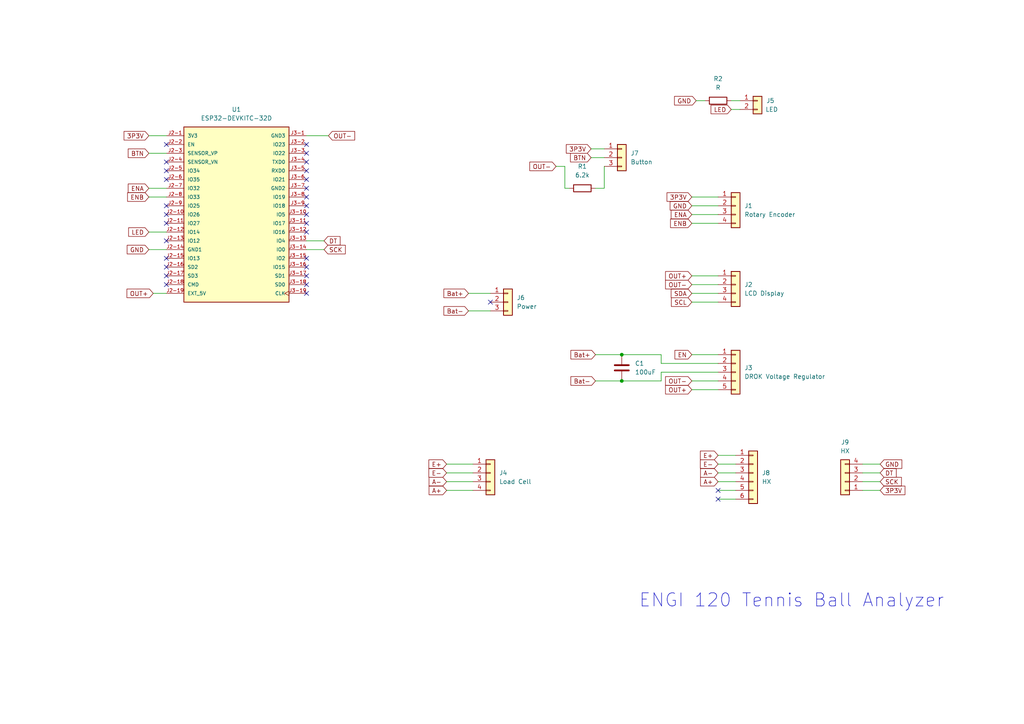
<source format=kicad_sch>
(kicad_sch (version 20231120) (generator "eeschema") (generator_version "8.0")
  (paper "A4")
  (lib_symbols
    (symbol "Connector_Generic:Conn_01x02" (pin_names (offset 1.016) hide)
      (property "Reference" "J" (at 0 2.54 0))
      (property "Value" "Conn_01x02" (at 0 -5.08 0))
      (symbol "Conn_01x02_1_1"
        (rectangle (start -1.27 -2.413) (end 0 -2.667) (stroke (width 0.1524)))
        (rectangle (start -1.27 0.127) (end 0 -0.127) (stroke (width 0.1524)))
        (rectangle (start -1.27 1.27) (end 1.27 -3.81) (stroke (width 0.254)) (fill (type background)))
        (pin passive line (at -5.08 0 0) (length 3.81) (name "Pin_1") (number "1"))
        (pin passive line (at -5.08 -2.54 0) (length 3.81) (name "Pin_2") (number "2"))
      )
    )
    (symbol "Connector_Generic:Conn_01x03" (pin_names (offset 1.016) hide)
      (property "Reference" "J" (at 0 5.08 0))
      (property "Value" "Conn_01x03" (at 0 -5.08 0))
      (symbol "Conn_01x03_1_1"
        (rectangle (start -1.27 -2.413) (end 0 -2.667) (stroke (width 0.1524)))
        (rectangle (start -1.27 0.127) (end 0 -0.127) (stroke (width 0.1524)))
        (rectangle (start -1.27 2.667) (end 0 2.413) (stroke (width 0.1524)))
        (rectangle (start -1.27 3.81) (end 1.27 -3.81) (stroke (width 0.254)) (fill (type background)))
        (pin passive line (at -5.08 2.54 0) (length 3.81) (name "Pin_1") (number "1"))
        (pin passive line (at -5.08 0 0) (length 3.81) (name "Pin_2") (number "2"))
        (pin passive line (at -5.08 -2.54 0) (length 3.81) (name "Pin_3") (number "3"))
      )
    )
    (symbol "Connector_Generic:Conn_01x04" (pin_names (offset 1.016) hide)
      (property "Reference" "J" (at 0 5.08 0))
      (property "Value" "Conn_01x04" (at 0 -7.62 0))
      (symbol "Conn_01x04_1_1"
        (rectangle (start -1.27 -4.953) (end 0 -5.207) (stroke (width 0.1524)))
        (rectangle (start -1.27 -2.413) (end 0 -2.667) (stroke (width 0.1524)))
        (rectangle (start -1.27 0.127) (end 0 -0.127) (stroke (width 0.1524)))
        (rectangle (start -1.27 2.667) (end 0 2.413) (stroke (width 0.1524)))
        (rectangle (start -1.27 3.81) (end 1.27 -6.35) (stroke (width 0.254)) (fill (type background)))
        (pin passive line (at -5.08 2.54 0) (length 3.81) (name "Pin_1") (number "1"))
        (pin passive line (at -5.08 0 0) (length 3.81) (name "Pin_2") (number "2"))
        (pin passive line (at -5.08 -2.54 0) (length 3.81) (name "Pin_3") (number "3"))
        (pin passive line (at -5.08 -5.08 0) (length 3.81) (name "Pin_4") (number "4"))
      )
    )
    (symbol "Connector_Generic:Conn_01x05" (pin_names (offset 1.016) hide)
      (property "Reference" "J" (at 0 7.62 0))
      (property "Value" "Conn_01x05" (at 0 -7.62 0))
      (symbol "Conn_01x05_1_1"
        (rectangle (start -1.27 -4.953) (end 0 -5.207) (stroke (width 0.1524)))
        (rectangle (start -1.27 -2.413) (end 0 -2.667) (stroke (width 0.1524)))
        (rectangle (start -1.27 0.127) (end 0 -0.127) (stroke (width 0.1524)))
        (rectangle (start -1.27 2.667) (end 0 2.413) (stroke (width 0.1524)))
        (rectangle (start -1.27 5.207) (end 0 4.953) (stroke (width 0.1524)))
        (rectangle (start -1.27 6.35) (end 1.27 -6.35) (stroke (width 0.254)) (fill (type background)))
        (pin passive line (at -5.08 5.08 0) (length 3.81) (name "Pin_1") (number "1"))
        (pin passive line (at -5.08 2.54 0) (length 3.81) (name "Pin_2") (number "2"))
        (pin passive line (at -5.08 0 0) (length 3.81) (name "Pin_3") (number "3"))
        (pin passive line (at -5.08 -2.54 0) (length 3.81) (name "Pin_4") (number "4"))
        (pin passive line (at -5.08 -5.08 0) (length 3.81) (name "Pin_5") (number "5"))
      )
    )
    (symbol "Connector_Generic:Conn_01x06" (pin_names (offset 1.016) hide)
      (property "Reference" "J" (at 0 7.62 0))
      (property "Value" "Conn_01x06" (at 0 -10.16 0))
      (symbol "Conn_01x06_1_1"
        (rectangle (start -1.27 -7.493) (end 0 -7.747) (stroke (width 0.1524)))
        (rectangle (start -1.27 -4.953) (end 0 -5.207) (stroke (width 0.1524)))
        (rectangle (start -1.27 -2.413) (end 0 -2.667) (stroke (width 0.1524)))
        (rectangle (start -1.27 0.127) (end 0 -0.127) (stroke (width 0.1524)))
        (rectangle (start -1.27 2.667) (end 0 2.413) (stroke (width 0.1524)))
        (rectangle (start -1.27 5.207) (end 0 4.953) (stroke (width 0.1524)))
        (rectangle (start -1.27 6.35) (end 1.27 -8.89) (stroke (width 0.254)) (fill (type background)))
        (pin passive line (at -5.08 5.08 0) (length 3.81) (name "Pin_1") (number "1"))
        (pin passive line (at -5.08 2.54 0) (length 3.81) (name "Pin_2") (number "2"))
        (pin passive line (at -5.08 0 0) (length 3.81) (name "Pin_3") (number "3"))
        (pin passive line (at -5.08 -2.54 0) (length 3.81) (name "Pin_4") (number "4"))
        (pin passive line (at -5.08 -5.08 0) (length 3.81) (name "Pin_5") (number "5"))
        (pin passive line (at -5.08 -7.62 0) (length 3.81) (name "Pin_6") (number "6"))
      )
    )
    (symbol "Device:C" (pin_numbers hide) (pin_names (offset 0.254))
      (property "Reference" "C" (at 0.635 2.54 0))
      (property "Value" "C" (at 0.635 -2.54 0))
      (symbol "C_0_1"
        (polyline (pts (xy -2.032 -0.762) (xy 2.032 -0.762)) (stroke (width 0.508)))
        (polyline (pts (xy -2.032 0.762) (xy 2.032 0.762)) (stroke (width 0.508)))
      )
      (symbol "C_1_1"
        (pin passive line (at 0 3.81 270) (length 2.794) (name "~") (number "1"))
        (pin passive line (at 0 -3.81 90) (length 2.794) (name "~") (number "2"))
      )
    )
    (symbol "Device:R" (pin_numbers hide) (pin_names (offset 0))
      (property "Reference" "R" (at 2.032 0 90))
      (property "Value" "R" (at 0 0 90))
      (symbol "R_0_1"
        (rectangle (start -1.016 -2.54) (end 1.016 2.54) (stroke (width 0.254)))
      )
      (symbol "R_1_1"
        (pin passive line (at 0 3.81 270) (length 1.27) (name "~") (number "1"))
        (pin passive line (at 0 -3.81 90) (length 1.27) (name "~") (number "2"))
      )
    )
    (symbol "ESP32-DEVKITC-32D:ESP32-DEVKITC-32D" (pin_names (offset 1.016))
      (property "Reference" "U" (at -15.2572 26.0643 0))
      (property "Value" "ESP32-DEVKITC-32D" (at -15.2563 -27.9698 0))
      (symbol "ESP32-DEVKITC-32D_0_0"
        (rectangle (start -15.24 -25.4) (end 15.24 25.4) (stroke (width 0.254)) (fill (type background)))
        (pin power_in line (at -20.32 22.86 0) (length 5.08) (name "3V3") (number "J2-1"))
        (pin bidirectional line (at -20.32 0 0) (length 5.08) (name "IO26") (number "J2-10"))
        (pin bidirectional line (at -20.32 -2.54 0) (length 5.08) (name "IO27") (number "J2-11"))
        (pin bidirectional line (at -20.32 -5.08 0) (length 5.08) (name "IO14") (number "J2-12"))
        (pin bidirectional line (at -20.32 -7.62 0) (length 5.08) (name "IO12") (number "J2-13"))
        (pin power_in line (at -20.32 -10.16 0) (length 5.08) (name "GND1") (number "J2-14"))
        (pin bidirectional line (at -20.32 -12.7 0) (length 5.08) (name "IO13") (number "J2-15"))
        (pin bidirectional line (at -20.32 -15.24 0) (length 5.08) (name "SD2") (number "J2-16"))
        (pin bidirectional line (at -20.32 -17.78 0) (length 5.08) (name "SD3") (number "J2-17"))
        (pin bidirectional line (at -20.32 -20.32 0) (length 5.08) (name "CMD") (number "J2-18"))
        (pin power_in line (at -20.32 -22.86 0) (length 5.08) (name "EXT_5V") (number "J2-19"))
        (pin input line (at -20.32 20.32 0) (length 5.08) (name "EN") (number "J2-2"))
        (pin input line (at -20.32 17.78 0) (length 5.08) (name "SENSOR_VP") (number "J2-3"))
        (pin input line (at -20.32 15.24 0) (length 5.08) (name "SENSOR_VN") (number "J2-4"))
        (pin bidirectional line (at -20.32 12.7 0) (length 5.08) (name "IO34") (number "J2-5"))
        (pin bidirectional line (at -20.32 10.16 0) (length 5.08) (name "IO35") (number "J2-6"))
        (pin bidirectional line (at -20.32 7.62 0) (length 5.08) (name "IO32") (number "J2-7"))
        (pin bidirectional line (at -20.32 5.08 0) (length 5.08) (name "IO33") (number "J2-8"))
        (pin bidirectional line (at -20.32 2.54 0) (length 5.08) (name "IO25") (number "J2-9"))
        (pin power_in line (at 20.32 22.86 180) (length 5.08) (name "GND3") (number "J3-1"))
        (pin bidirectional line (at 20.32 0 180) (length 5.08) (name "IO5") (number "J3-10"))
        (pin bidirectional line (at 20.32 -2.54 180) (length 5.08) (name "IO17") (number "J3-11"))
        (pin bidirectional line (at 20.32 -5.08 180) (length 5.08) (name "IO16") (number "J3-12"))
        (pin bidirectional line (at 20.32 -7.62 180) (length 5.08) (name "IO4") (number "J3-13"))
        (pin bidirectional line (at 20.32 -10.16 180) (length 5.08) (name "IO0") (number "J3-14"))
        (pin bidirectional line (at 20.32 -12.7 180) (length 5.08) (name "IO2") (number "J3-15"))
        (pin bidirectional line (at 20.32 -15.24 180) (length 5.08) (name "IO15") (number "J3-16"))
        (pin bidirectional line (at 20.32 -17.78 180) (length 5.08) (name "SD1") (number "J3-17"))
        (pin bidirectional line (at 20.32 -20.32 180) (length 5.08) (name "SD0") (number "J3-18"))
        (pin input clock (at 20.32 -22.86 180) (length 5.08) (name "CLK") (number "J3-19"))
        (pin bidirectional line (at 20.32 20.32 180) (length 5.08) (name "IO23") (number "J3-2"))
        (pin bidirectional line (at 20.32 17.78 180) (length 5.08) (name "IO22") (number "J3-3"))
        (pin output line (at 20.32 15.24 180) (length 5.08) (name "TXD0") (number "J3-4"))
        (pin input line (at 20.32 12.7 180) (length 5.08) (name "RXD0") (number "J3-5"))
        (pin bidirectional line (at 20.32 10.16 180) (length 5.08) (name "IO21") (number "J3-6"))
        (pin power_in line (at 20.32 7.62 180) (length 5.08) (name "GND2") (number "J3-7"))
        (pin bidirectional line (at 20.32 5.08 180) (length 5.08) (name "IO19") (number "J3-8"))
        (pin bidirectional line (at 20.32 2.54 180) (length 5.08) (name "IO18") (number "J3-9"))
      )
    )
  )
  (junction (at 180.34 110.49))
  (junction (at 180.34 102.87))
  (no_connect (at 88.9 80.01))
  (no_connect (at 48.26 74.93))
  (no_connect (at 48.26 41.91))
  (no_connect (at 88.9 54.61))
  (no_connect (at 48.26 69.85))
  (no_connect (at 88.9 67.31))
  (no_connect (at 88.9 44.45))
  (no_connect (at 88.9 64.77))
  (no_connect (at 48.26 59.69))
  (no_connect (at 208.28 142.24))
  (no_connect (at 48.26 46.99))
  (no_connect (at 88.9 74.93))
  (no_connect (at 88.9 46.99))
  (no_connect (at 48.26 77.47))
  (no_connect (at 88.9 62.23))
  (no_connect (at 88.9 82.55))
  (no_connect (at 88.9 77.47))
  (no_connect (at 48.26 49.53))
  (no_connect (at 48.26 52.07))
  (no_connect (at 48.26 80.01))
  (no_connect (at 48.26 62.23))
  (no_connect (at 88.9 41.91))
  (no_connect (at 142.24 87.63))
  (no_connect (at 88.9 57.15))
  (no_connect (at 88.9 85.09))
  (no_connect (at 88.9 49.53))
  (no_connect (at 48.26 82.55))
  (no_connect (at 88.9 59.69))
  (no_connect (at 48.26 64.77))
  (no_connect (at 88.9 52.07))
  (no_connect (at 208.28 144.78))
  (wire (pts (xy 250.19 134.62) (xy 255.27 134.62)))
  (wire (pts (xy 200.66 62.23) (xy 208.28 62.23)))
  (wire (pts (xy 200.66 57.15) (xy 208.28 57.15)))
  (wire (pts (xy 129.54 139.7) (xy 137.16 139.7)))
  (wire (pts (xy 200.66 85.09) (xy 208.28 85.09)))
  (wire (pts (xy 200.66 59.69) (xy 208.28 59.69)))
  (wire (pts (xy 172.72 110.49) (xy 180.34 110.49)))
  (wire (pts (xy 93.98 69.85) (xy 88.9 69.85)))
  (wire (pts (xy 88.9 39.37) (xy 95.25 39.37)))
  (wire (pts (xy 171.45 43.18) (xy 175.26 43.18)))
  (wire (pts (xy 43.18 54.61) (xy 48.26 54.61)))
  (wire (pts (xy 163.83 54.61) (xy 163.83 48.26)))
  (wire (pts (xy 93.98 72.39) (xy 88.9 72.39)))
  (wire (pts (xy 208.28 132.08) (xy 213.36 132.08)))
  (wire (pts (xy 43.18 72.39) (xy 48.26 72.39)))
  (wire (pts (xy 200.66 102.87) (xy 208.28 102.87)))
  (wire (pts (xy 191.77 107.95) (xy 191.77 110.49)))
  (wire (pts (xy 250.19 142.24) (xy 255.27 142.24)))
  (wire (pts (xy 200.66 64.77) (xy 208.28 64.77)))
  (wire (pts (xy 135.89 85.09) (xy 142.24 85.09)))
  (wire (pts (xy 201.93 29.21) (xy 204.47 29.21)))
  (wire (pts (xy 200.66 113.03) (xy 208.28 113.03)))
  (wire (pts (xy 43.18 44.45) (xy 48.26 44.45)))
  (wire (pts (xy 175.26 54.61) (xy 175.26 48.26)))
  (wire (pts (xy 44.45 85.09) (xy 48.26 85.09)))
  (wire (pts (xy 43.18 39.37) (xy 48.26 39.37)))
  (wire (pts (xy 163.83 54.61) (xy 165.1 54.61)))
  (wire (pts (xy 172.72 102.87) (xy 180.34 102.87)))
  (wire (pts (xy 129.54 142.24) (xy 137.16 142.24)))
  (wire (pts (xy 208.28 137.16) (xy 213.36 137.16)))
  (wire (pts (xy 212.09 29.21) (xy 214.63 29.21)))
  (wire (pts (xy 200.66 80.01) (xy 208.28 80.01)))
  (wire (pts (xy 129.54 137.16) (xy 137.16 137.16)))
  (wire (pts (xy 200.66 110.49) (xy 208.28 110.49)))
  (wire (pts (xy 208.28 134.62) (xy 213.36 134.62)))
  (wire (pts (xy 212.09 31.75) (xy 214.63 31.75)))
  (wire (pts (xy 208.28 107.95) (xy 191.77 107.95)))
  (wire (pts (xy 180.34 102.87) (xy 191.77 102.87)))
  (wire (pts (xy 250.19 139.7) (xy 255.27 139.7)))
  (wire (pts (xy 191.77 102.87) (xy 191.77 105.41)))
  (wire (pts (xy 135.89 90.17) (xy 142.24 90.17)))
  (wire (pts (xy 200.66 82.55) (xy 208.28 82.55)))
  (wire (pts (xy 191.77 105.41) (xy 208.28 105.41)))
  (wire (pts (xy 250.19 137.16) (xy 255.27 137.16)))
  (wire (pts (xy 171.45 45.72) (xy 175.26 45.72)))
  (wire (pts (xy 43.18 57.15) (xy 48.26 57.15)))
  (wire (pts (xy 208.28 139.7) (xy 213.36 139.7)))
  (wire (pts (xy 43.18 67.31) (xy 48.26 67.31)))
  (wire (pts (xy 163.83 48.26) (xy 161.29 48.26)))
  (wire (pts (xy 200.66 87.63) (xy 208.28 87.63)))
  (wire (pts (xy 208.28 142.24) (xy 213.36 142.24)))
  (wire (pts (xy 129.54 134.62) (xy 137.16 134.62)))
  (wire (pts (xy 191.77 110.49) (xy 180.34 110.49)))
  (wire (pts (xy 172.72 54.61) (xy 175.26 54.61)))
  (wire (pts (xy 208.28 144.78) (xy 213.36 144.78)))
  (text "ENGI 120 Tennis Ball Analyzer\n" (at 229.616 174.244 0) (effects (font (size 3.81 3.81))))
  (global_label "ENA" (shape input) (at 43.18 54.61 180) (property "Intersheetrefs" "${INTERSHEET_REFS}" (effects (hide yes))))
  (global_label "Bat+" (shape input) (at 172.72 102.87 180) (property "Intersheetrefs" "${INTERSHEET_REFS}" (effects (hide yes))))
  (global_label "A-" (shape input) (at 129.54 139.7 180) (property "Intersheetrefs" "${INTERSHEET_REFS}" (effects (hide yes))))
  (global_label "A+" (shape input) (at 129.54 142.24 180) (property "Intersheetrefs" "${INTERSHEET_REFS}" (effects (hide yes))))
  (global_label "BTN" (shape input) (at 43.18 44.45 180) (property "Intersheetrefs" "${INTERSHEET_REFS}" (effects (hide yes))))
  (global_label "OUT-" (shape input) (at 200.66 110.49 180) (property "Intersheetrefs" "${INTERSHEET_REFS}" (effects (hide yes))))
  (global_label "GND" (shape input) (at 255.27 134.62 0) (property "Intersheetrefs" "${INTERSHEET_REFS}" (effects (hide yes))))
  (global_label "3P3V" (shape input) (at 43.18 39.37 180) (property "Intersheetrefs" "${INTERSHEET_REFS}" (effects (hide yes))))
  (global_label "OUT-" (shape input) (at 161.29 48.26 180) (property "Intersheetrefs" "${INTERSHEET_REFS}" (effects (hide yes))))
  (global_label "Bat-" (shape input) (at 135.89 90.17 180) (property "Intersheetrefs" "${INTERSHEET_REFS}" (effects (hide yes))))
  (global_label "3P3V" (shape input) (at 200.66 57.15 180) (property "Intersheetrefs" "${INTERSHEET_REFS}" (effects (hide yes))))
  (global_label "3P3V" (shape input) (at 255.27 142.24 0) (property "Intersheetrefs" "${INTERSHEET_REFS}" (effects (hide yes))))
  (global_label "SCL" (shape input) (at 200.66 87.63 180) (property "Intersheetrefs" "${INTERSHEET_REFS}" (effects (hide yes))))
  (global_label "E-" (shape input) (at 129.54 137.16 180) (property "Intersheetrefs" "${INTERSHEET_REFS}" (effects (hide yes))))
  (global_label "GND" (shape input) (at 201.93 29.21 180) (property "Intersheetrefs" "${INTERSHEET_REFS}" (effects (hide yes))))
  (global_label "ENB" (shape input) (at 43.18 57.15 180) (property "Intersheetrefs" "${INTERSHEET_REFS}" (effects (hide yes))))
  (global_label "E+" (shape input) (at 208.28 132.08 180) (property "Intersheetrefs" "${INTERSHEET_REFS}" (effects (hide yes))))
  (global_label "3P3V" (shape input) (at 171.45 43.18 180) (property "Intersheetrefs" "${INTERSHEET_REFS}" (effects (hide yes))))
  (global_label "Bat+" (shape input) (at 135.89 85.09 180) (property "Intersheetrefs" "${INTERSHEET_REFS}" (effects (hide yes))))
  (global_label "E-" (shape input) (at 208.28 134.62 180) (property "Intersheetrefs" "${INTERSHEET_REFS}" (effects (hide yes))))
  (global_label "SDA" (shape input) (at 200.66 85.09 180) (property "Intersheetrefs" "${INTERSHEET_REFS}" (effects (hide yes))))
  (global_label "DT" (shape input) (at 93.98 69.85 0) (property "Intersheetrefs" "${INTERSHEET_REFS}" (effects (hide yes))))
  (global_label "OUT+" (shape input) (at 200.66 113.03 180) (property "Intersheetrefs" "${INTERSHEET_REFS}" (effects (hide yes))))
  (global_label "Bat-" (shape input) (at 172.72 110.49 180) (property "Intersheetrefs" "${INTERSHEET_REFS}" (effects (hide yes))))
  (global_label "OUT+" (shape input) (at 44.45 85.09 180) (property "Intersheetrefs" "${INTERSHEET_REFS}" (effects (hide yes))))
  (global_label "OUT-" (shape input) (at 95.25 39.37 0) (property "Intersheetrefs" "${INTERSHEET_REFS}" (effects (hide yes))))
  (global_label "OUT-" (shape input) (at 200.66 82.55 180) (property "Intersheetrefs" "${INTERSHEET_REFS}" (effects (hide yes))))
  (global_label "LED" (shape input) (at 43.18 67.31 180) (property "Intersheetrefs" "${INTERSHEET_REFS}" (effects (hide yes))))
  (global_label "OUT+" (shape input) (at 200.66 80.01 180) (property "Intersheetrefs" "${INTERSHEET_REFS}" (effects (hide yes))))
  (global_label "E+" (shape input) (at 129.54 134.62 180) (property "Intersheetrefs" "${INTERSHEET_REFS}" (effects (hide yes))))
  (global_label "ENA" (shape input) (at 200.66 62.23 180) (property "Intersheetrefs" "${INTERSHEET_REFS}" (effects (hide yes))))
  (global_label "DT" (shape input) (at 255.27 137.16 0) (property "Intersheetrefs" "${INTERSHEET_REFS}" (effects (hide yes))))
  (global_label "GND" (shape input) (at 200.66 59.69 180) (property "Intersheetrefs" "${INTERSHEET_REFS}" (effects (hide yes))))
  (global_label "SCK" (shape input) (at 255.27 139.7 0) (property "Intersheetrefs" "${INTERSHEET_REFS}" (effects (hide yes))))
  (global_label "BTN" (shape input) (at 171.45 45.72 180) (property "Intersheetrefs" "${INTERSHEET_REFS}" (effects (hide yes))))
  (global_label "EN" (shape input) (at 200.66 102.87 180) (property "Intersheetrefs" "${INTERSHEET_REFS}" (effects (hide yes))))
  (global_label "LED" (shape input) (at 212.09 31.75 180) (property "Intersheetrefs" "${INTERSHEET_REFS}" (effects (hide yes))))
  (global_label "GND" (shape input) (at 43.18 72.39 180) (property "Intersheetrefs" "${INTERSHEET_REFS}" (effects (hide yes))))
  (global_label "ENB" (shape input) (at 200.66 64.77 180) (property "Intersheetrefs" "${INTERSHEET_REFS}" (effects (hide yes))))
  (global_label "SCK" (shape input) (at 93.98 72.39 0) (property "Intersheetrefs" "${INTERSHEET_REFS}" (effects (hide yes))))
  (global_label "A-" (shape input) (at 208.28 137.16 180) (property "Intersheetrefs" "${INTERSHEET_REFS}" (effects (hide yes))))
  (global_label "A+" (shape input) (at 208.28 139.7 180) (property "Intersheetrefs" "${INTERSHEET_REFS}" (effects (hide yes))))
  (symbol (lib_id "Device:C") (at 180.34 106.68 0) (unit 1)
    (property "Reference" "C1" (at 184.15 105.4099 0) (effects (justify left)))
    (property "Value" "100uF" (at 184.15 107.9499 0) (effects (justify left)))
    (property "Footprint" "Capacitor_THT:CP_Radial_D4.0mm_P2.00mm" (effects (hide yes)))
    (property "Description" "Unpolarized capacitor" (effects (hide yes)))
  )
  (symbol (lib_id "Connector_Generic:Conn_01x03") (at 180.34 45.72 0) (unit 1)
    (property "Reference" "J7" (at 182.88 44.4499 0) (effects (justify left)))
    (property "Value" "Button" (at 182.88 46.9899 0) (effects (justify left)))
    (property "Footprint" "Connector_PinHeader_2.54mm:PinHeader_1x03_P2.54mm_Vertical" (effects (hide yes)))
    (property "Description" "Generic connector, single row, 01x03, script generated (kicad-library-utils/schlib/autogen/connector/)" (effects (hide yes)))
  )
  (symbol (lib_id "Connector_Generic:Conn_01x04") (at 213.36 82.55 0) (unit 1)
    (property "Reference" "J2" (at 215.9 82.5499 0) (effects (justify left)))
    (property "Value" "LCD Display" (at 215.9 85.0899 0) (effects (justify left)))
    (property "Footprint" "Connector_PinHeader_2.54mm:PinHeader_1x04_P2.54mm_Vertical" (effects (hide yes)))
    (property "Description" "Generic connector, single row, 01x04, script generated (kicad-library-utils/schlib/autogen/connector/)" (effects (hide yes)))
  )
  (symbol (lib_id "Connector_Generic:Conn_01x05") (at 213.36 107.95 0) (unit 1)
    (property "Reference" "J3" (at 215.9 106.6799 0) (effects (justify left)))
    (property "Value" "DROK Voltage Regulator" (at 215.9 109.2199 0) (effects (justify left)))
    (property "Footprint" "Connector_PinHeader_2.54mm:PinHeader_1x05_P2.54mm_Vertical" (effects (hide yes)))
    (property "Description" "Generic connector, single row, 01x05, script generated (kicad-library-utils/schlib/autogen/connector/)" (effects (hide yes)))
  )
  (symbol (lib_id "Connector_Generic:Conn_01x02") (at 219.71 29.21 0) (unit 1)
    (property "Reference" "J5" (at 222.25 29.2099 0) (effects (justify left)))
    (property "Value" "LED" (at 221.996 31.75 0) (effects (justify left)))
    (property "Footprint" "Connector_PinHeader_2.54mm:PinHeader_1x02_P2.54mm_Vertical" (effects (hide yes)))
    (property "Description" "Generic connector, single row, 01x02, script generated (kicad-library-utils/schlib/autogen/connector/)" (effects (hide yes)))
  )
  (symbol (lib_id "Connector_Generic:Conn_01x06") (at 218.44 137.16 0) (unit 1)
    (property "Reference" "J8" (at 220.98 137.1599 0) (effects (justify left)))
    (property "Value" "HX" (at 220.98 139.6999 0) (effects (justify left)))
    (property "Footprint" "Connector_PinHeader_2.54mm:PinHeader_1x06_P2.54mm_Vertical" (effects (hide yes)))
    (property "Description" "Generic connector, single row, 01x06, script generated (kicad-library-utils/schlib/autogen/connector/)" (effects (hide yes)))
  )
  (symbol (lib_id "Connector_Generic:Conn_01x03") (at 147.32 87.63 0) (unit 1)
    (property "Reference" "J6" (at 149.86 86.3599 0) (effects (justify left)))
    (property "Value" "Power" (at 149.86 88.8999 0) (effects (justify left)))
    (property "Footprint" "Connector_PinHeader_2.54mm:PinHeader_1x03_P2.54mm_Vertical" (effects (hide yes)))
    (property "Description" "Generic connector, single row, 01x03, script generated (kicad-library-utils/schlib/autogen/connector/)" (effects (hide yes)))
  )
  (symbol (lib_id "Device:R") (at 208.28 29.21 90) (unit 1)
    (property "Reference" "R2" (at 208.28 22.86 90))
    (property "Value" "R" (at 208.28 25.4 90))
    (property "Footprint" "Resistor_THT:R_Axial_DIN0204_L3.6mm_D1.6mm_P2.54mm_Vertical" (effects (hide yes)))
    (property "Description" "Resistor" (effects (hide yes)))
  )
  (symbol (lib_id "Connector_Generic:Conn_01x04") (at 245.11 139.7 180) (unit 1)
    (property "Reference" "J9" (at 245.11 128.27 0))
    (property "Value" "HX" (at 245.11 130.81 0))
    (property "Footprint" "Connector_PinHeader_2.54mm:PinHeader_1x04_P2.54mm_Vertical" (effects (hide yes)))
    (property "Description" "Generic connector, single row, 01x04, script generated (kicad-library-utils/schlib/autogen/connector/)" (effects (hide yes)))
  )
  (symbol (lib_id "Connector_Generic:Conn_01x04") (at 213.36 59.69 0) (unit 1)
    (property "Reference" "J1" (at 215.9 59.6899 0) (effects (justify left)))
    (property "Value" "Rotary Encoder" (at 215.9 62.2299 0) (effects (justify left)))
    (property "Footprint" "Connector_PinHeader_2.54mm:PinHeader_1x04_P2.54mm_Vertical" (effects (hide yes)))
    (property "Description" "Generic connector, single row, 01x04, script generated (kicad-library-utils/schlib/autogen/connector/)" (effects (hide yes)))
  )
  (symbol (lib_id "Connector_Generic:Conn_01x04") (at 142.24 137.16 0) (unit 1)
    (property "Reference" "J4" (at 144.78 137.1599 0) (effects (justify left)))
    (property "Value" "Load Cell" (at 144.78 139.6999 0) (effects (justify left)))
    (property "Footprint" "Connector_PinHeader_2.54mm:PinHeader_1x04_P2.54mm_Vertical" (effects (hide yes)))
    (property "Description" "Generic connector, single row, 01x04, script generated (kicad-library-utils/schlib/autogen/connector/)" (effects (hide yes)))
  )
  (symbol (lib_id "Device:R") (at 168.91 54.61 90) (unit 1)
    (property "Reference" "R1" (at 168.91 48.26 90))
    (property "Value" "6.2k" (at 168.91 50.8 90))
    (property "Footprint" "Resistor_THT:R_Axial_DIN0204_L3.6mm_D1.6mm_P2.54mm_Vertical" (effects (hide yes)))
    (property "Description" "Resistor" (effects (hide yes)))
  )
  (symbol (lib_id "ESP32-DEVKITC-32D:ESP32-DEVKITC-32D") (at 68.58 62.23 0) (unit 1)
    (property "Reference" "U1" (at 68.58 31.75 0))
    (property "Value" "ESP32-DEVKITC-32D" (at 68.58 34.29 0))
    (property "Footprint" "KiCad Footprints:MODULE_ESP32-DEVKITC-32D" (effects (hide yes)))
    (property "MF" "Espressif Systems" (effects (hide yes)))
    (property "MAXIMUM_PACKAGE_HEIGHT" "N/A" (effects (hide yes)))
    (property "Package" "None" (effects (hide yes)))
    (property "Price" "None" (effects (hide yes)))
    (property "Check_prices" "https://www.snapeda.com/parts/ESP32-DEVKITC-32D/Espressif+Systems/view-part/?ref=eda" (effects (hide yes)))
    (property "STANDARD" "Manufacturer Recommendations" (effects (hide yes)))
    (property "PARTREV" "V4" (effects (hide yes)))
    (property "SnapEDA_Link" "https://www.snapeda.com/parts/ESP32-DEVKITC-32D/Espressif+Systems/view-part/?ref=snap" (effects (hide yes)))
    (property "MP" "ESP32-DEVKITC-32D" (effects (hide yes)))
    (property "Description_1" "\n                        \n                            WiFi Development Tools (802.11) ESP32 General Development Kit, ESP32-WROOM-32D on the board\n                        \n" (effects (hide yes)))
    (property "MANUFACTURER" "Espressif Systems" (effects (hide yes)))
    (property "Availability" "In Stock" (effects (hide yes)))
    (property "SNAPEDA_PN" "ESP32-DEVKITC-32D" (effects (hide yes)))
  )
)
</source>
